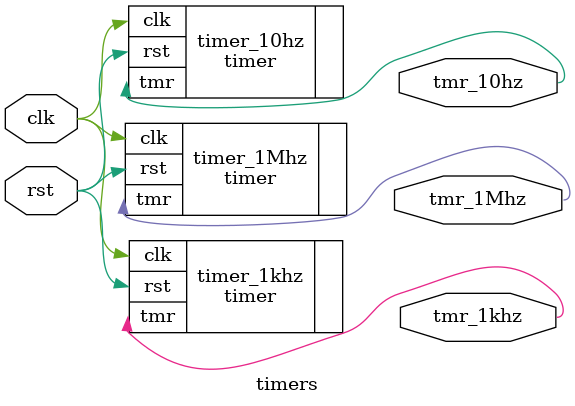
<source format=v>


module timers
  (
  input clk,
  input rst,
  output tmr_1Mhz,
  output tmr_1khz,
  //output tmr_100hz,
  output tmr_10hz
  //output tmr_1hz
  );

  // Connect a 1Mhz timer
  timer #(
    .PERIOD(50) )
    timer_1Mhz (
    .clk(clk),
    .rst(rst),
    .tmr(tmr_1Mhz) );

  // Connect a 1khz timer (timestamp)
  timer #(
    .PERIOD(50000) )
    timer_1khz (
    .clk(clk),
    .rst(rst),
    .tmr(tmr_1khz) );

  /*
  // Connect a 100hz timer (future use)
  timer #(
    .PERIOD(500000) )
    timer_100hz (
    .clk(clk),
    .rst(rst),
    .tmr(tmr_100hz) );
  */

  // Connect a 10hz timer (debugging)
  timer #(
    .PERIOD(5000000) )
    timer_10hz (
    .clk(clk),
    .rst(rst),
    .tmr(tmr_10hz) );

  /*
  // Connect a 1hz timer (future use)
  timer #(
    .PERIOD(50000000) )
    timer_1hz (
    .clk(clk),
    .rst(rst),
    .tmr(tmr_1hz) );
  */

endmodule




</source>
